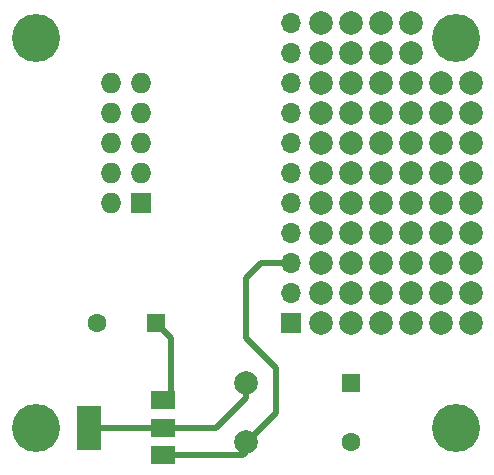
<source format=gtl>
G04 #@! TF.FileFunction,Copper,L1,Top,Signal*
%FSLAX46Y46*%
G04 Gerber Fmt 4.6, Leading zero omitted, Abs format (unit mm)*
G04 Created by KiCad (PCBNEW 4.0.7-e0-6372~58~ubuntu16.10.1) date Fri Jul 21 12:49:51 2017*
%MOMM*%
%LPD*%
G01*
G04 APERTURE LIST*
%ADD10C,0.100000*%
%ADD11C,4.064000*%
%ADD12C,1.998980*%
%ADD13R,1.600000X1.600000*%
%ADD14C,1.600000*%
%ADD15C,2.000000*%
%ADD16R,1.727200X1.727200*%
%ADD17O,1.727200X1.727200*%
%ADD18R,1.700000X1.700000*%
%ADD19O,1.700000X1.700000*%
%ADD20R,2.000000X3.800000*%
%ADD21R,2.000000X1.500000*%
%ADD22C,0.500000*%
G04 APERTURE END LIST*
D10*
D11*
X156210000Y-110490000D03*
X156210000Y-77470000D03*
X191770000Y-77470000D03*
D12*
X193040000Y-101600000D03*
X190500000Y-101600000D03*
X187960000Y-101600000D03*
X185420000Y-101600000D03*
X182880000Y-101600000D03*
X180340000Y-101600000D03*
X193040000Y-99060000D03*
X190500000Y-99060000D03*
X187960000Y-99060000D03*
X185420000Y-99060000D03*
X182880000Y-99060000D03*
X180340000Y-99060000D03*
X193040000Y-96520000D03*
X190500000Y-96520000D03*
X187960000Y-96520000D03*
X185420000Y-96520000D03*
X182880000Y-96520000D03*
X180340000Y-96520000D03*
X193040000Y-93980000D03*
X190500000Y-93980000D03*
X187960000Y-93980000D03*
X185420000Y-93980000D03*
X182880000Y-93980000D03*
X180340000Y-93980000D03*
X193040000Y-91440000D03*
X190500000Y-91440000D03*
X187960000Y-91440000D03*
X185420000Y-91440000D03*
X182880000Y-91440000D03*
X180340000Y-91440000D03*
X193040000Y-88900000D03*
X190500000Y-88900000D03*
X187960000Y-88900000D03*
X185420000Y-88900000D03*
X182880000Y-88900000D03*
X180340000Y-88900000D03*
X193040000Y-86360000D03*
X190500000Y-86360000D03*
X187960000Y-86360000D03*
X185420000Y-86360000D03*
X182880000Y-86360000D03*
X180340000Y-86360000D03*
X193040000Y-83820000D03*
X190500000Y-83820000D03*
X187960000Y-83820000D03*
X185420000Y-83820000D03*
X182880000Y-83820000D03*
X180340000Y-83820000D03*
X193040000Y-81280000D03*
X190500000Y-81280000D03*
X187960000Y-81280000D03*
X185420000Y-81280000D03*
X182880000Y-81280000D03*
X180340000Y-81280000D03*
X187960000Y-78740000D03*
X185420000Y-78740000D03*
X182880000Y-78740000D03*
X180340000Y-78740000D03*
X187960000Y-76200000D03*
X185420000Y-76200000D03*
X182880000Y-76200000D03*
D13*
X166370000Y-101600000D03*
D14*
X161370000Y-101600000D03*
D13*
X182880000Y-106680000D03*
D14*
X182880000Y-111680000D03*
D15*
X173990000Y-106680000D03*
X173990000Y-111680000D03*
D16*
X165100000Y-91440000D03*
D17*
X162560000Y-91440000D03*
X165100000Y-88900000D03*
X162560000Y-88900000D03*
X165100000Y-86360000D03*
X162560000Y-86360000D03*
X165100000Y-83820000D03*
X162560000Y-83820000D03*
X165100000Y-81280000D03*
X162560000Y-81280000D03*
D18*
X177800000Y-101600000D03*
D19*
X177800000Y-99060000D03*
X177800000Y-96520000D03*
X177800000Y-93980000D03*
X177800000Y-91440000D03*
X177800000Y-88900000D03*
X177800000Y-86360000D03*
X177800000Y-83820000D03*
X177800000Y-81280000D03*
X177800000Y-78740000D03*
X177800000Y-76200000D03*
D20*
X160680000Y-110490000D03*
D21*
X166980000Y-110490000D03*
X166980000Y-108190000D03*
X166980000Y-112790000D03*
D12*
X180340000Y-76200000D03*
D11*
X191770000Y-110490000D03*
D22*
X166370000Y-101600000D02*
X167640000Y-102870000D01*
X167640000Y-102870000D02*
X167640000Y-107530000D01*
X167640000Y-107530000D02*
X166980000Y-108190000D01*
X173990000Y-111680000D02*
X174070000Y-111680000D01*
X174070000Y-111680000D02*
X176530000Y-109220000D01*
X175260000Y-96520000D02*
X177800000Y-96520000D01*
X173990000Y-97790000D02*
X175260000Y-96520000D01*
X173990000Y-102870000D02*
X173990000Y-97790000D01*
X176530000Y-105410000D02*
X173990000Y-102870000D01*
X176530000Y-109220000D02*
X176530000Y-105410000D01*
X166980000Y-112790000D02*
X173750000Y-112790000D01*
X173750000Y-112790000D02*
X173990000Y-112550000D01*
X173990000Y-112550000D02*
X173990000Y-111680000D01*
X166980000Y-110490000D02*
X160680000Y-110490000D01*
X173990000Y-106680000D02*
X173990000Y-107950000D01*
X171450000Y-110490000D02*
X166980000Y-110490000D01*
X173990000Y-107950000D02*
X171450000Y-110490000D01*
M02*

</source>
